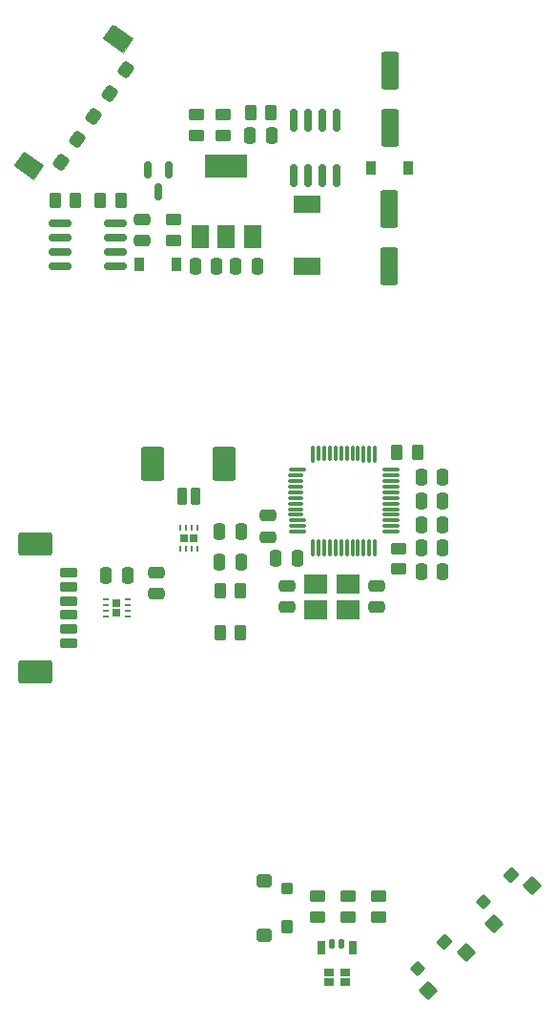
<source format=gbr>
G04 #@! TF.GenerationSoftware,KiCad,Pcbnew,8.0.2-1*
G04 #@! TF.CreationDate,2024-06-13T17:29:39-04:00*
G04 #@! TF.ProjectId,mobo,6d6f626f-2e6b-4696-9361-645f70636258,rev?*
G04 #@! TF.SameCoordinates,Original*
G04 #@! TF.FileFunction,Paste,Top*
G04 #@! TF.FilePolarity,Positive*
%FSLAX46Y46*%
G04 Gerber Fmt 4.6, Leading zero omitted, Abs format (unit mm)*
G04 Created by KiCad (PCBNEW 8.0.2-1) date 2024-06-13 17:29:39*
%MOMM*%
%LPD*%
G01*
G04 APERTURE LIST*
G04 Aperture macros list*
%AMRoundRect*
0 Rectangle with rounded corners*
0 $1 Rounding radius*
0 $2 $3 $4 $5 $6 $7 $8 $9 X,Y pos of 4 corners*
0 Add a 4 corners polygon primitive as box body*
4,1,4,$2,$3,$4,$5,$6,$7,$8,$9,$2,$3,0*
0 Add four circle primitives for the rounded corners*
1,1,$1+$1,$2,$3*
1,1,$1+$1,$4,$5*
1,1,$1+$1,$6,$7*
1,1,$1+$1,$8,$9*
0 Add four rect primitives between the rounded corners*
20,1,$1+$1,$2,$3,$4,$5,0*
20,1,$1+$1,$4,$5,$6,$7,0*
20,1,$1+$1,$6,$7,$8,$9,0*
20,1,$1+$1,$8,$9,$2,$3,0*%
G04 Aperture macros list end*
%ADD10C,0.120000*%
%ADD11RoundRect,0.250000X-0.450000X0.262500X-0.450000X-0.262500X0.450000X-0.262500X0.450000X0.262500X0*%
%ADD12RoundRect,0.250000X0.250000X0.475000X-0.250000X0.475000X-0.250000X-0.475000X0.250000X-0.475000X0*%
%ADD13RoundRect,0.100000X-0.250000X-0.500000X0.250000X-0.500000X0.250000X0.500000X-0.250000X0.500000X0*%
%ADD14RoundRect,0.100000X-0.150000X-0.300000X0.150000X-0.300000X0.150000X0.300000X-0.150000X0.300000X0*%
%ADD15R,0.750000X0.650000*%
%ADD16R,0.500000X0.250000*%
%ADD17R,0.900000X1.200000*%
%ADD18RoundRect,0.250000X0.262500X0.450000X-0.262500X0.450000X-0.262500X-0.450000X0.262500X-0.450000X0*%
%ADD19RoundRect,0.250000X0.450000X-0.262500X0.450000X0.262500X-0.450000X0.262500X-0.450000X-0.262500X0*%
%ADD20RoundRect,0.075000X0.075000X-0.662500X0.075000X0.662500X-0.075000X0.662500X-0.075000X-0.662500X0*%
%ADD21RoundRect,0.075000X0.662500X-0.075000X0.662500X0.075000X-0.662500X0.075000X-0.662500X-0.075000X0*%
%ADD22RoundRect,0.075000X0.075000X-0.575000X0.075000X0.575000X-0.075000X0.575000X-0.075000X-0.575000X0*%
%ADD23RoundRect,0.075000X0.575000X-0.075000X0.575000X0.075000X-0.575000X0.075000X-0.575000X-0.075000X0*%
%ADD24R,1.500000X2.000000*%
%ADD25R,3.800000X2.000000*%
%ADD26R,2.100000X1.800000*%
%ADD27RoundRect,0.250000X-0.550000X1.412500X-0.550000X-1.412500X0.550000X-1.412500X0.550000X1.412500X0*%
%ADD28RoundRect,0.250000X0.550000X-1.412500X0.550000X1.412500X-0.550000X1.412500X-0.550000X-1.412500X0*%
%ADD29RoundRect,0.150000X-0.150000X0.587500X-0.150000X-0.587500X0.150000X-0.587500X0.150000X0.587500X0*%
%ADD30RoundRect,0.250000X-0.475000X0.250000X-0.475000X-0.250000X0.475000X-0.250000X0.475000X0.250000X0*%
%ADD31RoundRect,0.125000X-0.053033X-0.583363X0.583363X0.053033X0.053033X0.583363X-0.583363X-0.053033X0*%
%ADD32RoundRect,0.125000X-0.017678X-0.548008X0.548008X0.017678X0.017678X0.548008X-0.548008X-0.017678X0*%
%ADD33RoundRect,0.150000X-0.035355X0.671751X-0.671751X0.035355X0.035355X-0.671751X0.671751X-0.035355X0*%
%ADD34R,0.650000X0.750000*%
%ADD35R,0.250000X0.500000*%
%ADD36RoundRect,0.250000X-0.262500X-0.450000X0.262500X-0.450000X0.262500X0.450000X-0.262500X0.450000X0*%
%ADD37RoundRect,0.200000X-0.600000X0.200000X-0.600000X-0.200000X0.600000X-0.200000X0.600000X0.200000X0*%
%ADD38RoundRect,0.250001X-1.249999X0.799999X-1.249999X-0.799999X1.249999X-0.799999X1.249999X0.799999X0*%
%ADD39RoundRect,0.125000X-0.375000X0.450000X-0.375000X-0.450000X0.375000X-0.450000X0.375000X0.450000X0*%
%ADD40RoundRect,0.125000X-0.375000X0.400000X-0.375000X-0.400000X0.375000X-0.400000X0.375000X0.400000X0*%
%ADD41RoundRect,0.150000X0.500000X-0.450000X0.500000X0.450000X-0.500000X0.450000X-0.500000X-0.450000X0*%
%ADD42RoundRect,0.200000X0.200000X0.600000X-0.200000X0.600000X-0.200000X-0.600000X0.200000X-0.600000X0*%
%ADD43RoundRect,0.250001X0.799999X1.249999X-0.799999X1.249999X-0.799999X-1.249999X0.799999X-1.249999X0*%
%ADD44RoundRect,0.150000X0.825000X0.150000X-0.825000X0.150000X-0.825000X-0.150000X0.825000X-0.150000X0*%
%ADD45RoundRect,0.250000X-0.250000X-0.475000X0.250000X-0.475000X0.250000X0.475000X-0.250000X0.475000X0*%
%ADD46R,2.400000X1.500000*%
%ADD47RoundRect,0.250000X0.475000X-0.250000X0.475000X0.250000X-0.475000X0.250000X-0.475000X-0.250000X0*%
%ADD48RoundRect,0.287500X-0.027585X0.461846X-0.443428X-0.132039X0.027585X-0.461846X0.443428X0.132039X0*%
%ADD49RoundRect,0.150000X-0.413570X1.022049X-1.101862X0.039067X0.413570X-1.022049X1.101862X-0.039067X0*%
%ADD50R,0.850000X0.650000*%
%ADD51RoundRect,0.150000X0.150000X-0.825000X0.150000X0.825000X-0.150000X0.825000X-0.150000X-0.825000X0*%
G04 APERTURE END LIST*
D10*
X112716578Y-31250081D02*
X111856214Y-32478809D01*
X110115516Y-31259959D01*
X110975880Y-30031231D01*
X112716578Y-31250081D01*
G36*
X112716578Y-31250081D02*
G01*
X111856214Y-32478809D01*
X110115516Y-31259959D01*
X110975880Y-30031231D01*
X112716578Y-31250081D01*
G37*
X104780745Y-42540040D02*
X103920380Y-43768768D01*
X102179682Y-42549918D01*
X103040047Y-41321190D01*
X104780745Y-42540040D01*
G36*
X104780745Y-42540040D02*
G01*
X103920380Y-43768768D01*
X102179682Y-42549918D01*
X103040047Y-41321190D01*
X104780745Y-42540040D01*
G37*
D11*
X120800000Y-38037500D03*
X120800000Y-39862500D03*
D12*
X123800000Y-51450000D03*
X121900000Y-51450000D03*
X140250000Y-78600000D03*
X138350000Y-78600000D03*
D13*
X129450000Y-111900000D03*
D14*
X130450000Y-111625000D03*
X131250000Y-111625000D03*
D13*
X132250000Y-111900000D03*
D15*
X111300000Y-81400000D03*
X111300000Y-82200000D03*
D16*
X110350000Y-81050000D03*
X110350000Y-81550000D03*
X110350000Y-82050000D03*
X110350000Y-82550000D03*
X112250000Y-82550000D03*
X112250000Y-82050000D03*
X112250000Y-81550000D03*
X112250000Y-81050000D03*
D11*
X129100000Y-107387500D03*
X129100000Y-109212500D03*
D17*
X116600000Y-51300000D03*
X113300000Y-51300000D03*
D18*
X122312500Y-80300000D03*
X120487500Y-80300000D03*
D19*
X136350000Y-78362500D03*
X136350000Y-76537500D03*
D20*
X128736665Y-76449760D03*
X129236665Y-76449760D03*
X129736665Y-76449760D03*
X130236665Y-76449760D03*
X130736665Y-76449760D03*
X131236665Y-76449760D03*
X131736665Y-76449760D03*
X132236665Y-76449760D03*
X132736665Y-76449760D03*
X133236665Y-76449760D03*
X133736665Y-76449760D03*
X134236665Y-76449760D03*
D21*
X135649165Y-75037260D03*
X135649165Y-74537260D03*
X135649165Y-74037260D03*
X135649165Y-73537260D03*
X135649165Y-73037260D03*
X135649165Y-72537260D03*
X135649165Y-72037260D03*
X135649165Y-71537260D03*
X135649165Y-71037260D03*
X135649165Y-70537260D03*
X135649165Y-70037260D03*
X135649165Y-69537260D03*
D20*
X134236665Y-68124760D03*
X133736665Y-68124760D03*
X133236665Y-68124760D03*
D22*
X132736665Y-68037260D03*
X132236665Y-68037260D03*
X131736665Y-68037260D03*
X131236665Y-68037260D03*
X130736665Y-68037260D03*
X130236665Y-68037260D03*
X129736665Y-68037260D03*
X129236665Y-68037260D03*
D20*
X128736665Y-68124760D03*
D21*
X127324165Y-69537260D03*
D23*
X127234165Y-70037260D03*
X127234165Y-70537260D03*
X127234165Y-71037260D03*
X127234165Y-71537260D03*
X127234165Y-72037260D03*
X127234165Y-72537260D03*
X127234165Y-73037260D03*
X127234165Y-73537260D03*
D21*
X127324165Y-74037260D03*
X127324165Y-74537260D03*
X127324165Y-75037260D03*
D11*
X131850000Y-107387500D03*
X131850000Y-109212500D03*
X134600000Y-107387500D03*
X134600000Y-109212500D03*
D24*
X118750000Y-48900000D03*
X121050000Y-48900000D03*
D25*
X121050000Y-42600000D03*
D24*
X123350000Y-48900000D03*
D26*
X128962260Y-81938095D03*
X131862260Y-81938095D03*
X131862260Y-79638095D03*
X128962260Y-79638095D03*
D12*
X140250000Y-70200000D03*
X138350000Y-70200000D03*
D11*
X118400000Y-38025000D03*
X118400000Y-39850000D03*
D27*
X135600000Y-34112500D03*
X135600000Y-39187500D03*
D28*
X135500000Y-51487500D03*
X135500000Y-46412500D03*
D12*
X122350000Y-75000000D03*
X120450000Y-75000000D03*
D29*
X115950000Y-42962500D03*
X114050000Y-42962500D03*
X115000000Y-44837500D03*
D30*
X124750000Y-73600000D03*
X124750000Y-75500000D03*
D31*
X140412132Y-111407969D03*
D32*
X138007969Y-113812132D03*
D33*
X138927208Y-115721320D03*
X142321320Y-112327208D03*
D18*
X122312500Y-84000000D03*
X120487500Y-84000000D03*
D12*
X125050000Y-39900000D03*
X123150000Y-39900000D03*
D34*
X118100000Y-75600000D03*
X117300000Y-75600000D03*
D35*
X118450000Y-74650000D03*
X117950000Y-74650000D03*
X117450000Y-74650000D03*
X116950000Y-74650000D03*
X116950000Y-76550000D03*
X117450000Y-76550000D03*
X117950000Y-76550000D03*
X118450000Y-76550000D03*
D36*
X105837500Y-45650000D03*
X107662500Y-45650000D03*
D37*
X107000000Y-78675000D03*
X107000000Y-79925000D03*
X107000000Y-81175000D03*
X107000000Y-82425000D03*
X107000000Y-83675000D03*
X107000000Y-84925000D03*
D38*
X104100000Y-76125000D03*
X104100000Y-87475000D03*
D12*
X120200000Y-51450000D03*
X118300000Y-51450000D03*
X140250000Y-72300000D03*
X138350000Y-72300000D03*
X122350000Y-77700000D03*
X120450000Y-77700000D03*
D39*
X126400000Y-110100000D03*
D40*
X126400000Y-106700000D03*
D41*
X124400000Y-106000000D03*
X124400000Y-110800000D03*
D30*
X113600000Y-47300000D03*
X113600000Y-49200000D03*
D42*
X118325000Y-71900000D03*
X117075000Y-71900000D03*
D43*
X120875000Y-69000000D03*
X114525000Y-69000000D03*
D44*
X111225000Y-51455000D03*
X111225000Y-50185000D03*
X111225000Y-48915000D03*
X111225000Y-47645000D03*
X106275000Y-47645000D03*
X106275000Y-48915000D03*
X106275000Y-50185000D03*
X106275000Y-51455000D03*
D19*
X116350000Y-49162500D03*
X116350000Y-47337500D03*
D36*
X136187500Y-68000000D03*
X138012500Y-68000000D03*
D45*
X125450000Y-77400000D03*
X127350000Y-77400000D03*
D36*
X109837500Y-45650000D03*
X111662500Y-45650000D03*
D46*
X128200000Y-45950000D03*
X128200000Y-51450000D03*
D12*
X112250000Y-78900000D03*
X110350000Y-78900000D03*
D47*
X126412260Y-81738095D03*
X126412260Y-79838095D03*
D12*
X140250000Y-74400000D03*
X138350000Y-74400000D03*
D48*
X112138626Y-34080447D03*
X110704684Y-36128327D03*
X109270743Y-38176207D03*
X107836802Y-40224087D03*
X106402861Y-42271967D03*
D49*
X111405808Y-31247851D03*
X103490453Y-42552149D03*
D36*
X123187500Y-37850000D03*
X125012500Y-37850000D03*
D30*
X134412260Y-79838095D03*
X134412260Y-81738095D03*
D50*
X131575000Y-114125000D03*
X131575000Y-114975000D03*
X130125000Y-114975000D03*
X130125000Y-114125000D03*
D12*
X140250000Y-76500000D03*
X138350000Y-76500000D03*
D51*
X126995000Y-43475000D03*
X128265000Y-43475000D03*
X129535000Y-43475000D03*
X130805000Y-43475000D03*
X130805000Y-38525000D03*
X129535000Y-38525000D03*
X128265000Y-38525000D03*
X126995000Y-38525000D03*
D31*
X146312132Y-105507969D03*
D32*
X143907969Y-107912132D03*
D33*
X144827208Y-109821320D03*
X148221320Y-106427208D03*
D30*
X114800000Y-78650000D03*
X114800000Y-80550000D03*
D17*
X133850000Y-42750000D03*
X137150000Y-42750000D03*
M02*

</source>
